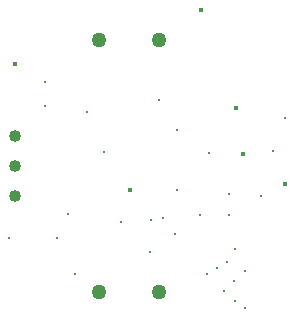
<source format=gbr>
%TF.GenerationSoftware,Altium Limited,Altium Designer,25.8.1 (18)*%
G04 Layer_Color=0*
%FSLAX45Y45*%
%MOMM*%
%TF.SameCoordinates,D209C50B-13B8-4165-AD63-5D07F8741E93*%
%TF.FilePolarity,Positive*%
%TF.FileFunction,Plated,1,2,PTH,Drill*%
%TF.Part,Single*%
G01*
G75*
%TA.AperFunction,ComponentDrill*%
%ADD67C,1.27000*%
%ADD68C,1.02000*%
%TA.AperFunction,ViaDrill,NotFilled*%
%ADD69C,0.38100*%
%ADD70C,0.30480*%
%ADD71C,0.33020*%
%ADD72C,0.25400*%
%ADD73C,0.20320*%
D67*
X-254000Y1066800D02*
D03*
X254000D02*
D03*
Y-1066800D02*
D03*
X-254000D02*
D03*
D68*
X-965200Y-254000D02*
D03*
Y0D02*
D03*
Y254000D02*
D03*
D69*
X12428Y-202068D02*
D03*
X965200Y101600D02*
D03*
X910636Y491501D02*
D03*
X1320800Y-152400D02*
D03*
X-965200Y863600D02*
D03*
X609600Y1320800D02*
D03*
D70*
X-711200Y711200D02*
D03*
X847494Y-417468D02*
D03*
X852441Y-233847D02*
D03*
X-711200Y508000D02*
D03*
X895449Y-705385D02*
D03*
X892751Y-972353D02*
D03*
X-609600Y-609600D02*
D03*
X-65023Y-475845D02*
D03*
X-457200Y-914400D02*
D03*
X179275Y-724028D02*
D03*
X184284Y-457767D02*
D03*
X979924Y-886196D02*
D03*
X-517720Y-402412D02*
D03*
X285879Y-442115D02*
D03*
X803035Y-1055801D02*
D03*
X897722Y-1146328D02*
D03*
X980106Y-1199174D02*
D03*
X1117600Y-254000D02*
D03*
X388730Y-571990D02*
D03*
X606007Y-411845D02*
D03*
X-355600Y457200D02*
D03*
X1320800Y406400D02*
D03*
X-1016000Y-609600D02*
D03*
D71*
X406400Y304800D02*
D03*
X-212131Y116193D02*
D03*
X1225002Y127053D02*
D03*
X678175Y107807D02*
D03*
X254000Y558800D02*
D03*
D72*
X834252Y-809198D02*
D03*
X750252Y-865825D02*
D03*
X660400Y-916625D02*
D03*
D73*
X406400Y-203200D02*
D03*
%TF.MD5,6d9dc19d1673003a7a28f506d3f80653*%
M02*

</source>
